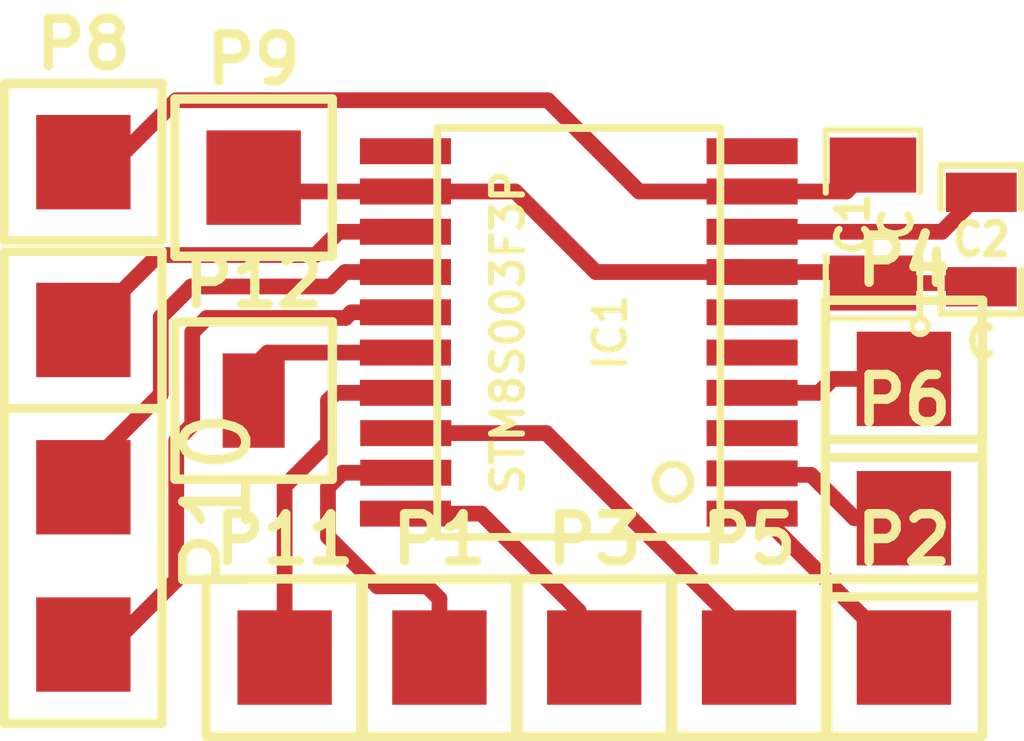
<source format=kicad_pcb>
(kicad_pcb (version 3) (host pcbnew "(2013-jul-07)-stable")

  (general
    (links 18)
    (no_connects 0)
    (area 269.849799 19.9338 288.593533 164.550201)
    (thickness 1.6)
    (drawings 0)
    (tracks 70)
    (zones 0)
    (modules 14)
    (nets 15)
  )

  (page A4)
  (layers
    (15 F.Cu signal)
    (0 B.Cu signal)
    (16 B.Adhes user)
    (17 F.Adhes user)
    (18 B.Paste user)
    (19 F.Paste user)
    (20 B.SilkS user)
    (21 F.SilkS user)
    (22 B.Mask user)
    (23 F.Mask user)
    (24 Dwgs.User user)
    (25 Cmts.User user)
    (26 Eco1.User user)
    (27 Eco2.User user)
    (28 Edge.Cuts user)
  )

  (setup
    (last_trace_width 0.254)
    (trace_clearance 0.254)
    (zone_clearance 0.508)
    (zone_45_only no)
    (trace_min 0.254)
    (segment_width 0.2)
    (edge_width 0.15)
    (via_size 0.889)
    (via_drill 0.635)
    (via_min_size 0.889)
    (via_min_drill 0.508)
    (uvia_size 0.508)
    (uvia_drill 0.127)
    (uvias_allowed no)
    (uvia_min_size 0.508)
    (uvia_min_drill 0.127)
    (pcb_text_width 0.3)
    (pcb_text_size 1 1)
    (mod_edge_width 0.15)
    (mod_text_size 1 1)
    (mod_text_width 0.15)
    (pad_size 1 1.524)
    (pad_drill 0)
    (pad_to_mask_clearance 0)
    (aux_axis_origin 0 0)
    (visible_elements FFFFFFBF)
    (pcbplotparams
      (layerselection 32768)
      (usegerberextensions false)
      (excludeedgelayer true)
      (linewidth 0.150000)
      (plotframeref false)
      (viasonmask false)
      (mode 1)
      (useauxorigin false)
      (hpglpennumber 1)
      (hpglpenspeed 20)
      (hpglpendiameter 15)
      (hpglpenoverlay 2)
      (psnegative false)
      (psa4output false)
      (plotreference true)
      (plotvalue true)
      (plotothertext true)
      (plotinvisibletext false)
      (padsonsilk false)
      (subtractmaskfromsilk false)
      (outputformat 2)
      (mirror true)
      (drillshape 0)
      (scaleselection 1)
      (outputdirectory ""))
  )

  (net 0 "")
  (net 1 GND)
  (net 2 N-0000010)
  (net 3 N-0000011)
  (net 4 N-0000012)
  (net 5 N-0000013)
  (net 6 N-0000014)
  (net 7 N-000002)
  (net 8 N-000003)
  (net 9 N-000004)
  (net 10 N-000005)
  (net 11 N-000006)
  (net 12 N-000007)
  (net 13 N-000009)
  (net 14 VDD)

  (net_class Default "Это класс цепей по умолчанию."
    (clearance 0.254)
    (trace_width 0.254)
    (via_dia 0.889)
    (via_drill 0.635)
    (uvia_dia 0.508)
    (uvia_drill 0.127)
    (add_net "")
    (add_net GND)
    (add_net N-0000010)
    (add_net N-0000011)
    (add_net N-0000012)
    (add_net N-0000013)
    (add_net N-0000014)
    (add_net N-000002)
    (add_net N-000003)
    (add_net N-000004)
    (add_net N-000005)
    (add_net N-000006)
    (add_net N-000007)
    (add_net N-000009)
    (add_net VDD)
  )

  (module tssop-20 (layer F.Cu) (tedit 49E9CFE4) (tstamp 54F1E21B)
    (at 218.25 111.5 90)
    (descr TSSOP-20)
    (path /54F1BFDA)
    (fp_text reference IC1 (at 0 0.508 90) (layer F.SilkS)
      (effects (font (size 0.50038 0.50038) (thickness 0.09906)))
    )
    (fp_text value STM8S003F3P (at 0 -1.143 90) (layer F.SilkS)
      (effects (font (size 0.50038 0.50038) (thickness 0.09906)))
    )
    (fp_line (start 3.302 -2.286) (end -3.302 -2.286) (layer F.SilkS) (width 0.127))
    (fp_line (start -3.302 -2.286) (end -3.302 2.286) (layer F.SilkS) (width 0.127))
    (fp_line (start -3.302 2.286) (end 3.302 2.286) (layer F.SilkS) (width 0.127))
    (fp_line (start 3.302 2.286) (end 3.302 -2.286) (layer F.SilkS) (width 0.127))
    (fp_circle (center -2.413 1.524) (end -2.54 1.778) (layer F.SilkS) (width 0.127))
    (pad 5 smd rect (at -0.32512 2.79908 90) (size 0.4191 1.47066)
      (layers F.Cu F.Paste F.Mask)
    )
    (pad 6 smd rect (at 0.32512 2.79908 90) (size 0.4191 1.47066)
      (layers F.Cu F.Paste F.Mask)
    )
    (pad 7 smd rect (at 0.97536 2.79908 90) (size 0.4191 1.47066)
      (layers F.Cu F.Paste F.Mask)
      (net 1 GND)
    )
    (pad 8 smd rect (at 1.6256 2.79908 90) (size 0.4191 1.47066)
      (layers F.Cu F.Paste F.Mask)
      (net 11 N-000006)
    )
    (pad 19 smd rect (at -2.26568 -2.794 90) (size 0.4191 1.47066)
      (layers F.Cu F.Paste F.Mask)
      (net 2 N-0000010)
    )
    (pad 2 smd rect (at -2.27584 2.79908 90) (size 0.4191 1.47066)
      (layers F.Cu F.Paste F.Mask)
      (net 6 N-0000014)
    )
    (pad 3 smd rect (at -1.6256 2.79908 90) (size 0.4191 1.47066)
      (layers F.Cu F.Paste F.Mask)
    )
    (pad 4 smd rect (at -0.97536 2.79908 90) (size 0.4191 1.47066)
      (layers F.Cu F.Paste F.Mask)
      (net 12 N-000007)
    )
    (pad 12 smd rect (at 2.27584 -2.79908 90) (size 0.4191 1.47066)
      (layers F.Cu F.Paste F.Mask)
      (net 1 GND)
    )
    (pad 13 smd rect (at 1.6256 -2.79908 90) (size 0.4191 1.47066)
      (layers F.Cu F.Paste F.Mask)
      (net 9 N-000004)
    )
    (pad 14 smd rect (at 0.97536 -2.79908 90) (size 0.4191 1.47066)
      (layers F.Cu F.Paste F.Mask)
      (net 8 N-000003)
    )
    (pad 15 smd rect (at 0.32512 -2.79908 90) (size 0.4191 1.47066)
      (layers F.Cu F.Paste F.Mask)
      (net 7 N-000002)
    )
    (pad 16 smd rect (at -0.32512 -2.79908 90) (size 0.4191 1.47066)
      (layers F.Cu F.Paste F.Mask)
      (net 3 N-0000011)
    )
    (pad 17 smd rect (at -0.97536 -2.79908 90) (size 0.4191 1.47066)
      (layers F.Cu F.Paste F.Mask)
      (net 4 N-0000012)
    )
    (pad 9 smd rect (at 2.27584 2.79908 90) (size 0.4191 1.47066)
      (layers F.Cu F.Paste F.Mask)
      (net 14 VDD)
    )
    (pad 18 smd rect (at -1.6256 -2.794 90) (size 0.4191 1.47066)
      (layers F.Cu F.Paste F.Mask)
      (net 10 N-000005)
    )
    (pad 1 smd rect (at -2.92608 2.79908 90) (size 0.4191 1.47066)
      (layers F.Cu F.Paste F.Mask)
      (net 13 N-000009)
    )
    (pad 10 smd rect (at 2.92608 2.79908 90) (size 0.4191 1.47066)
      (layers F.Cu F.Paste F.Mask)
    )
    (pad 11 smd rect (at 2.92608 -2.79908 90) (size 0.4191 1.47066)
      (layers F.Cu F.Paste F.Mask)
    )
    (pad 20 smd rect (at -2.92608 -2.79908 90) (size 0.4191 1.47066)
      (layers F.Cu F.Paste F.Mask)
      (net 5 N-0000013)
    )
    (model smd/smd_dil/tssop-20.wrl
      (at (xyz 0 0 0))
      (scale (xyz 1 1 1))
      (rotate (xyz 0 0 0))
    )
  )

  (module PIN_ARRAY_3X1 (layer F.Cu) (tedit 54F1E26A) (tstamp 54F1E23F)
    (at 210.25 114 270)
    (descr "Connecteur 3 pins")
    (tags "CONN DEV")
    (path /54F1C00D)
    (fp_text reference P10 (at 0.254 -2.159 270) (layer F.SilkS)
      (effects (font (size 1.016 1.016) (thickness 0.1524)))
    )
    (fp_text value LCD (at 0 -2.159 270) (layer F.SilkS) hide
      (effects (font (size 1.016 1.016) (thickness 0.1524)))
    )
    (fp_line (start -3.81 1.27) (end -3.81 -1.27) (layer F.SilkS) (width 0.1524))
    (fp_line (start -3.81 -1.27) (end 3.81 -1.27) (layer F.SilkS) (width 0.1524))
    (fp_line (start 3.81 -1.27) (end 3.81 1.27) (layer F.SilkS) (width 0.1524))
    (fp_line (start 3.81 1.27) (end -3.81 1.27) (layer F.SilkS) (width 0.1524))
    (fp_line (start -1.27 -1.27) (end -1.27 1.27) (layer F.SilkS) (width 0.1524))
    (pad 1 smd rect (at -2.54 0 270) (size 1.524 1.524)
      (layers F.Cu F.Paste F.Mask)
      (net 9 N-000004)
    )
    (pad 2 smd rect (at 0 0 270) (size 1.524 1.524)
      (layers F.Cu F.Paste F.Mask)
      (net 8 N-000003)
    )
    (pad 3 smd rect (at 2.54 0 270) (size 1.524 1.524)
      (layers F.Cu F.Paste F.Mask)
      (net 7 N-000002)
    )
    (model pin_array/pins_array_3x1.wrl
      (at (xyz 0 0 0))
      (scale (xyz 1 1 1))
      (rotate (xyz 0 0 0))
    )
  )

  (module PIN_ARRAY_1 (layer F.Cu) (tedit 54F1E2CB) (tstamp 54F1E248)
    (at 210.25 108.75)
    (descr "1 pin")
    (tags "CONN DEV")
    (path /54F1C327)
    (fp_text reference P8 (at 0 -1.905) (layer F.SilkS)
      (effects (font (size 0.762 0.762) (thickness 0.1524)))
    )
    (fp_text value VDD (at 0 -1.905) (layer F.SilkS) hide
      (effects (font (size 0.762 0.762) (thickness 0.1524)))
    )
    (fp_line (start 1.27 1.27) (end -1.27 1.27) (layer F.SilkS) (width 0.1524))
    (fp_line (start -1.27 -1.27) (end 1.27 -1.27) (layer F.SilkS) (width 0.1524))
    (fp_line (start -1.27 1.27) (end -1.27 -1.27) (layer F.SilkS) (width 0.1524))
    (fp_line (start 1.27 -1.27) (end 1.27 1.27) (layer F.SilkS) (width 0.1524))
    (pad 1 smd rect (at 0 0) (size 1.524 1.524)
      (layers F.Cu F.Paste F.Mask)
      (net 14 VDD)
    )
    (model pin_array\pin_1.wrl
      (at (xyz 0 0 0))
      (scale (xyz 1 1 1))
      (rotate (xyz 0 0 0))
    )
  )

  (module PIN_ARRAY_1 (layer F.Cu) (tedit 54F1E4AB) (tstamp 54F1E251)
    (at 213 109)
    (descr "1 pin")
    (tags "CONN DEV")
    (path /54F1C373)
    (fp_text reference P9 (at 0 -1.905) (layer F.SilkS)
      (effects (font (size 0.762 0.762) (thickness 0.1524)))
    )
    (fp_text value GND (at 0 -1.905) (layer F.SilkS) hide
      (effects (font (size 0.762 0.762) (thickness 0.1524)))
    )
    (fp_line (start 1.27 1.27) (end -1.27 1.27) (layer F.SilkS) (width 0.1524))
    (fp_line (start -1.27 -1.27) (end 1.27 -1.27) (layer F.SilkS) (width 0.1524))
    (fp_line (start -1.27 1.27) (end -1.27 -1.27) (layer F.SilkS) (width 0.1524))
    (fp_line (start 1.27 -1.27) (end 1.27 1.27) (layer F.SilkS) (width 0.1524))
    (pad 1 smd rect (at 0 0) (size 1.524 1.524)
      (layers F.Cu F.Paste F.Mask)
      (net 1 GND)
    )
    (model pin_array\pin_1.wrl
      (at (xyz 0 0 0))
      (scale (xyz 1 1 1))
      (rotate (xyz 0 0 0))
    )
  )

  (module PIN_ARRAY_1 (layer F.Cu) (tedit 54F1E4FC) (tstamp 54F1E25A)
    (at 221 116.75)
    (descr "1 pin")
    (tags "CONN DEV")
    (path /54F1C3AD)
    (fp_text reference P5 (at 0 -1.905) (layer F.SilkS)
      (effects (font (size 0.762 0.762) (thickness 0.1524)))
    )
    (fp_text value SWIM (at 0 -1.905) (layer F.SilkS) hide
      (effects (font (size 0.762 0.762) (thickness 0.1524)))
    )
    (fp_line (start 1.27 1.27) (end -1.27 1.27) (layer F.SilkS) (width 0.1524))
    (fp_line (start -1.27 -1.27) (end 1.27 -1.27) (layer F.SilkS) (width 0.1524))
    (fp_line (start -1.27 1.27) (end -1.27 -1.27) (layer F.SilkS) (width 0.1524))
    (fp_line (start 1.27 -1.27) (end 1.27 1.27) (layer F.SilkS) (width 0.1524))
    (pad 1 smd rect (at 0 0) (size 1.524 1.524)
      (layers F.Cu F.Paste F.Mask)
      (net 10 N-000005)
    )
    (model pin_array\pin_1.wrl
      (at (xyz 0 0 0))
      (scale (xyz 1 1 1))
      (rotate (xyz 0 0 0))
    )
  )

  (module PIN_ARRAY_1 (layer F.Cu) (tedit 54F1E2B9) (tstamp 54F1E263)
    (at 223.5 114.5)
    (descr "1 pin")
    (tags "CONN DEV")
    (path /54F1C460)
    (fp_text reference P6 (at 0 -1.905) (layer F.SilkS)
      (effects (font (size 0.762 0.762) (thickness 0.1524)))
    )
    (fp_text value UART_TX (at 0 -1.905) (layer F.SilkS) hide
      (effects (font (size 0.762 0.762) (thickness 0.1524)))
    )
    (fp_line (start 1.27 1.27) (end -1.27 1.27) (layer F.SilkS) (width 0.1524))
    (fp_line (start -1.27 -1.27) (end 1.27 -1.27) (layer F.SilkS) (width 0.1524))
    (fp_line (start -1.27 1.27) (end -1.27 -1.27) (layer F.SilkS) (width 0.1524))
    (fp_line (start 1.27 -1.27) (end 1.27 1.27) (layer F.SilkS) (width 0.1524))
    (pad 1 smd rect (at 0 0) (size 1.524 1.524)
      (layers F.Cu F.Paste F.Mask)
      (net 6 N-0000014)
    )
    (model pin_array\pin_1.wrl
      (at (xyz 0 0 0))
      (scale (xyz 1 1 1))
      (rotate (xyz 0 0 0))
    )
  )

  (module PIN_ARRAY_1 (layer F.Cu) (tedit 54F1E50C) (tstamp 54F1E275)
    (at 218.5 116.75)
    (descr "1 pin")
    (tags "CONN DEV")
    (path /54F1C51D)
    (fp_text reference P3 (at 0 -1.905) (layer F.SilkS)
      (effects (font (size 0.762 0.762) (thickness 0.1524)))
    )
    (fp_text value ZERO (at 0 -1.905) (layer F.SilkS) hide
      (effects (font (size 0.762 0.762) (thickness 0.1524)))
    )
    (fp_line (start 1.27 1.27) (end -1.27 1.27) (layer F.SilkS) (width 0.1524))
    (fp_line (start -1.27 -1.27) (end 1.27 -1.27) (layer F.SilkS) (width 0.1524))
    (fp_line (start -1.27 1.27) (end -1.27 -1.27) (layer F.SilkS) (width 0.1524))
    (fp_line (start 1.27 -1.27) (end 1.27 1.27) (layer F.SilkS) (width 0.1524))
    (pad 1 smd rect (at 0 0) (size 1.524 1.524)
      (layers F.Cu F.Paste F.Mask)
      (net 5 N-0000013)
    )
    (model pin_array\pin_1.wrl
      (at (xyz 0 0 0))
      (scale (xyz 1 1 1))
      (rotate (xyz 0 0 0))
    )
  )

  (module PIN_ARRAY_1 (layer F.Cu) (tedit 54F1E508) (tstamp 54F1E27E)
    (at 213.5 116.75)
    (descr "1 pin")
    (tags "CONN DEV")
    (path /54F1C562)
    (fp_text reference P11 (at 0 -1.905) (layer F.SilkS)
      (effects (font (size 0.762 0.762) (thickness 0.1524)))
    )
    (fp_text value X (at 0 -1.905) (layer F.SilkS) hide
      (effects (font (size 0.762 0.762) (thickness 0.1524)))
    )
    (fp_line (start 1.27 1.27) (end -1.27 1.27) (layer F.SilkS) (width 0.1524))
    (fp_line (start -1.27 -1.27) (end 1.27 -1.27) (layer F.SilkS) (width 0.1524))
    (fp_line (start -1.27 1.27) (end -1.27 -1.27) (layer F.SilkS) (width 0.1524))
    (fp_line (start 1.27 -1.27) (end 1.27 1.27) (layer F.SilkS) (width 0.1524))
    (pad 1 smd rect (at 0 0) (size 1.524 1.524)
      (layers F.Cu F.Paste F.Mask)
      (net 4 N-0000012)
    )
    (model pin_array\pin_1.wrl
      (at (xyz 0 0 0))
      (scale (xyz 1 1 1))
      (rotate (xyz 0 0 0))
    )
  )

  (module PIN_ARRAY_1 (layer F.Cu) (tedit 54F1EDFB) (tstamp 54F1E287)
    (at 213 112.6)
    (descr "1 pin")
    (tags "CONN DEV")
    (path /54F1C5B7)
    (fp_text reference P12 (at 0 -1.905) (layer F.SilkS)
      (effects (font (size 0.762 0.762) (thickness 0.1524)))
    )
    (fp_text value SW (at 0 -1.905) (layer F.SilkS) hide
      (effects (font (size 0.762 0.762) (thickness 0.1524)))
    )
    (fp_line (start 1.27 1.27) (end -1.27 1.27) (layer F.SilkS) (width 0.1524))
    (fp_line (start -1.27 -1.27) (end 1.27 -1.27) (layer F.SilkS) (width 0.1524))
    (fp_line (start -1.27 1.27) (end -1.27 -1.27) (layer F.SilkS) (width 0.1524))
    (fp_line (start 1.27 -1.27) (end 1.27 1.27) (layer F.SilkS) (width 0.1524))
    (pad 1 smd rect (at 0 0) (size 1 1.524)
      (layers F.Cu F.Paste F.Mask)
      (net 3 N-0000011)
    )
    (model pin_array\pin_1.wrl
      (at (xyz 0 0 0))
      (scale (xyz 1 1 1))
      (rotate (xyz 0 0 0))
    )
  )

  (module PIN_ARRAY_1 (layer F.Cu) (tedit 54F1E500) (tstamp 54F1E290)
    (at 216 116.75)
    (descr "1 pin")
    (tags "CONN DEV")
    (path /54F1C62E)
    (fp_text reference P1 (at 0 -1.905) (layer F.SilkS)
      (effects (font (size 0.762 0.762) (thickness 0.1524)))
    )
    (fp_text value SENSE (at 0 -1.905) (layer F.SilkS) hide
      (effects (font (size 0.762 0.762) (thickness 0.1524)))
    )
    (fp_line (start 1.27 1.27) (end -1.27 1.27) (layer F.SilkS) (width 0.1524))
    (fp_line (start -1.27 -1.27) (end 1.27 -1.27) (layer F.SilkS) (width 0.1524))
    (fp_line (start -1.27 1.27) (end -1.27 -1.27) (layer F.SilkS) (width 0.1524))
    (fp_line (start 1.27 -1.27) (end 1.27 1.27) (layer F.SilkS) (width 0.1524))
    (pad 1 smd rect (at 0 0) (size 1.524 1.524)
      (layers F.Cu F.Paste F.Mask)
      (net 2 N-0000010)
    )
    (model pin_array\pin_1.wrl
      (at (xyz 0 0 0))
      (scale (xyz 1 1 1))
      (rotate (xyz 0 0 0))
    )
  )

  (module PIN_ARRAY_1 (layer F.Cu) (tedit 54F1E2C6) (tstamp 54F1E299)
    (at 223.5 116.75)
    (descr "1 pin")
    (tags "CONN DEV")
    (path /54F1C69B)
    (fp_text reference P2 (at 0 -1.905) (layer F.SilkS)
      (effects (font (size 0.762 0.762) (thickness 0.1524)))
    )
    (fp_text value HEAT (at 0 -1.905) (layer F.SilkS) hide
      (effects (font (size 0.762 0.762) (thickness 0.1524)))
    )
    (fp_line (start 1.27 1.27) (end -1.27 1.27) (layer F.SilkS) (width 0.1524))
    (fp_line (start -1.27 -1.27) (end 1.27 -1.27) (layer F.SilkS) (width 0.1524))
    (fp_line (start -1.27 1.27) (end -1.27 -1.27) (layer F.SilkS) (width 0.1524))
    (fp_line (start 1.27 -1.27) (end 1.27 1.27) (layer F.SilkS) (width 0.1524))
    (pad 1 smd rect (at 0 0) (size 1.524 1.524)
      (layers F.Cu F.Paste F.Mask)
      (net 13 N-000009)
    )
    (model pin_array\pin_1.wrl
      (at (xyz 0 0 0))
      (scale (xyz 1 1 1))
      (rotate (xyz 0 0 0))
    )
  )

  (module PIN_ARRAY_1 (layer F.Cu) (tedit 54F1E2D6) (tstamp 54F1E2A2)
    (at 223.5 112.25)
    (descr "1 pin")
    (tags "CONN DEV")
    (path /54F1CF79)
    (fp_text reference P4 (at 0 -1.905) (layer F.SilkS)
      (effects (font (size 0.762 0.762) (thickness 0.1524)))
    )
    (fp_text value NRST (at 0 -1.905) (layer F.SilkS) hide
      (effects (font (size 0.762 0.762) (thickness 0.1524)))
    )
    (fp_line (start 1.27 1.27) (end -1.27 1.27) (layer F.SilkS) (width 0.1524))
    (fp_line (start -1.27 -1.27) (end 1.27 -1.27) (layer F.SilkS) (width 0.1524))
    (fp_line (start -1.27 1.27) (end -1.27 -1.27) (layer F.SilkS) (width 0.1524))
    (fp_line (start 1.27 -1.27) (end 1.27 1.27) (layer F.SilkS) (width 0.1524))
    (pad 1 smd rect (at 0 0) (size 1.524 1.524)
      (layers F.Cu F.Paste F.Mask)
      (net 12 N-000007)
    )
    (model pin_array\pin_1.wrl
      (at (xyz 0 0 0))
      (scale (xyz 1 1 1))
      (rotate (xyz 0 0 0))
    )
  )

  (module SM0805 (layer F.Cu) (tedit 5091495C) (tstamp 54F1E4CB)
    (at 223 109.75 90)
    (path /54F1CF5B)
    (attr smd)
    (fp_text reference C1 (at 0 -0.3175 90) (layer F.SilkS)
      (effects (font (size 0.50038 0.50038) (thickness 0.10922)))
    )
    (fp_text value C (at 0 0.381 90) (layer F.SilkS)
      (effects (font (size 0.50038 0.50038) (thickness 0.10922)))
    )
    (fp_circle (center -1.651 0.762) (end -1.651 0.635) (layer F.SilkS) (width 0.09906))
    (fp_line (start -0.508 0.762) (end -1.524 0.762) (layer F.SilkS) (width 0.09906))
    (fp_line (start -1.524 0.762) (end -1.524 -0.762) (layer F.SilkS) (width 0.09906))
    (fp_line (start -1.524 -0.762) (end -0.508 -0.762) (layer F.SilkS) (width 0.09906))
    (fp_line (start 0.508 -0.762) (end 1.524 -0.762) (layer F.SilkS) (width 0.09906))
    (fp_line (start 1.524 -0.762) (end 1.524 0.762) (layer F.SilkS) (width 0.09906))
    (fp_line (start 1.524 0.762) (end 0.508 0.762) (layer F.SilkS) (width 0.09906))
    (pad 1 smd rect (at -0.9525 0 90) (size 0.889 1.397)
      (layers F.Cu F.Paste F.Mask)
      (net 1 GND)
    )
    (pad 2 smd rect (at 0.9525 0 90) (size 0.889 1.397)
      (layers F.Cu F.Paste F.Mask)
      (net 14 VDD)
    )
    (model smd/chip_cms.wrl
      (at (xyz 0 0 0))
      (scale (xyz 0.1 0.1 0.1))
      (rotate (xyz 0 0 0))
    )
  )

  (module SM0603_Capa (layer F.Cu) (tedit 5051B1EC) (tstamp 54F1E4D7)
    (at 224.75 110 90)
    (path /54F1CF99)
    (attr smd)
    (fp_text reference C2 (at 0 0 180) (layer F.SilkS)
      (effects (font (size 0.508 0.4572) (thickness 0.1143)))
    )
    (fp_text value C (at -1.651 0 180) (layer F.SilkS)
      (effects (font (size 0.508 0.4572) (thickness 0.1143)))
    )
    (fp_line (start 0.50038 0.65024) (end 1.19888 0.65024) (layer F.SilkS) (width 0.11938))
    (fp_line (start -0.50038 0.65024) (end -1.19888 0.65024) (layer F.SilkS) (width 0.11938))
    (fp_line (start 0.50038 -0.65024) (end 1.19888 -0.65024) (layer F.SilkS) (width 0.11938))
    (fp_line (start -1.19888 -0.65024) (end -0.50038 -0.65024) (layer F.SilkS) (width 0.11938))
    (fp_line (start 1.19888 -0.635) (end 1.19888 0.635) (layer F.SilkS) (width 0.11938))
    (fp_line (start -1.19888 0.635) (end -1.19888 -0.635) (layer F.SilkS) (width 0.11938))
    (pad 1 smd rect (at -0.762 0 90) (size 0.635 1.143)
      (layers F.Cu F.Paste F.Mask)
      (net 1 GND)
    )
    (pad 2 smd rect (at 0.762 0 90) (size 0.635 1.143)
      (layers F.Cu F.Paste F.Mask)
      (net 11 N-000006)
    )
    (model smd\capacitors\C0603.wrl
      (at (xyz 0 0 0.001))
      (scale (xyz 0.5 0.5 0.5))
      (rotate (xyz 0 0 0))
    )
  )

  (segment (start 215.45092 109.22416) (end 213.22416 109.22416) (width 0.254) (layer F.Cu) (net 1))
  (segment (start 213.22416 109.22416) (end 213 109) (width 0.254) (layer F.Cu) (net 1) (tstamp 54F1ED46))
  (segment (start 215.45092 109.22416) (end 217.22416 109.22416) (width 0.254) (layer F.Cu) (net 1))
  (segment (start 218.52464 110.52464) (end 221.04908 110.52464) (width 0.254) (layer F.Cu) (net 1) (tstamp 54F1EBFA))
  (segment (start 217.22416 109.22416) (end 218.52464 110.52464) (width 0.254) (layer F.Cu) (net 1) (tstamp 54F1EBF8))
  (segment (start 223 110.7025) (end 224.6905 110.7025) (width 0.254) (layer F.Cu) (net 1))
  (segment (start 224.6905 110.7025) (end 224.75 110.762) (width 0.254) (layer F.Cu) (net 1) (tstamp 54F1E6E7))
  (segment (start 221.04908 110.52464) (end 222.82214 110.52464) (width 0.254) (layer F.Cu) (net 1))
  (segment (start 222.82214 110.52464) (end 223 110.7025) (width 0.254) (layer F.Cu) (net 1) (tstamp 54F1E506))
  (segment (start 215.456 113.76568) (end 214.43432 113.76568) (width 0.254) (layer F.Cu) (net 2))
  (segment (start 216 115.8) (end 216 116.75) (width 0.254) (layer F.Cu) (net 2) (tstamp 54F1EE4C))
  (segment (start 215.8 115.6) (end 216 115.8) (width 0.254) (layer F.Cu) (net 2) (tstamp 54F1EE4A))
  (segment (start 215 115.6) (end 215.8 115.6) (width 0.254) (layer F.Cu) (net 2) (tstamp 54F1EE49))
  (segment (start 214.2 114.8) (end 215 115.6) (width 0.254) (layer F.Cu) (net 2) (tstamp 54F1EE45))
  (segment (start 214.2 114) (end 214.2 114.8) (width 0.254) (layer F.Cu) (net 2) (tstamp 54F1EE42))
  (segment (start 214.43432 113.76568) (end 214.2 114) (width 0.254) (layer F.Cu) (net 2) (tstamp 54F1EE3E))
  (segment (start 215.45092 111.82512) (end 213.22512 111.82512) (width 0.254) (layer F.Cu) (net 3))
  (segment (start 213 112.05024) (end 213 112.6) (width 0.254) (layer F.Cu) (net 3) (tstamp 54F1EE28))
  (segment (start 213.22512 111.82512) (end 213 112.05024) (width 0.254) (layer F.Cu) (net 3) (tstamp 54F1EE27))
  (segment (start 213.5 116.75) (end 213.5 113.981576) (width 0.254) (layer F.Cu) (net 4))
  (segment (start 214.32464 112.47536) (end 215.45092 112.47536) (width 0.254) (layer F.Cu) (net 4) (tstamp 54F1EE6D))
  (segment (start 214.2 112.6) (end 214.32464 112.47536) (width 0.254) (layer F.Cu) (net 4) (tstamp 54F1EE6C))
  (segment (start 214.2 113.281576) (end 214.2 112.6) (width 0.254) (layer F.Cu) (net 4) (tstamp 54F1EE69))
  (segment (start 213.5 113.981576) (end 214.2 113.281576) (width 0.254) (layer F.Cu) (net 4) (tstamp 54F1EE65))
  (segment (start 218.25 116.5) (end 218.25 116) (width 0.254) (layer F.Cu) (net 5))
  (segment (start 216.67608 114.42608) (end 215.45092 114.42608) (width 0.254) (layer F.Cu) (net 5) (tstamp 54F1EC06))
  (segment (start 218.25 116) (end 216.67608 114.42608) (width 0.254) (layer F.Cu) (net 5) (tstamp 54F1EC05))
  (segment (start 223.5 114.5) (end 222.7 114.5) (width 0.254) (layer F.Cu) (net 6))
  (segment (start 221.07324 113.8) (end 221.04908 113.77584) (width 0.254) (layer F.Cu) (net 6) (tstamp 54F1EE87))
  (segment (start 222 113.8) (end 221.07324 113.8) (width 0.254) (layer F.Cu) (net 6) (tstamp 54F1EE86))
  (segment (start 222.7 114.5) (end 222 113.8) (width 0.254) (layer F.Cu) (net 6) (tstamp 54F1EE85))
  (segment (start 210.25 116.54) (end 210.71 116.54) (width 0.254) (layer F.Cu) (net 7))
  (segment (start 212.241998 111.266004) (end 212.008002 111.5) (width 0.254) (layer F.Cu) (net 7) (tstamp 54F1ED9F))
  (segment (start 212.008002 111.5) (end 212.008002 112.25) (width 0.254) (layer F.Cu) (net 7) (tstamp 54F1EDA7))
  (segment (start 214.57512 111.17488) (end 215.45092 111.17488) (width 0.254) (layer F.Cu) (net 7))
  (segment (start 214.483996 111.266004) (end 213.5 111.266004) (width 0.254) (layer F.Cu) (net 7) (tstamp 54F1ED71))
  (segment (start 214.57512 111.17488) (end 214.483996 111.266004) (width 0.254) (layer F.Cu) (net 7) (tstamp 54F1ED6D))
  (segment (start 213.5 111.266004) (end 212.241998 111.266004) (width 0.254) (layer F.Cu) (net 7))
  (segment (start 212.008002 112.991998) (end 212.008002 112.25) (width 0.254) (layer F.Cu) (net 7) (tstamp 54F1EDB1))
  (segment (start 211.75 113.25) (end 212.008002 112.991998) (width 0.254) (layer F.Cu) (net 7) (tstamp 54F1EDB0))
  (segment (start 211.75 115.5) (end 211.75 113.25) (width 0.254) (layer F.Cu) (net 7) (tstamp 54F1EDAD))
  (segment (start 210.71 116.54) (end 211.75 115.5) (width 0.254) (layer F.Cu) (net 7) (tstamp 54F1EDAB))
  (segment (start 212.25 110.758002) (end 211.991998 110.758002) (width 0.254) (layer F.Cu) (net 8))
  (segment (start 214.47536 110.52464) (end 214.241998 110.758002) (width 0.254) (layer F.Cu) (net 8) (tstamp 54F1ED50))
  (segment (start 214.241998 110.758002) (end 212.25 110.758002) (width 0.254) (layer F.Cu) (net 8) (tstamp 54F1ED51))
  (segment (start 215.45092 110.52464) (end 214.47536 110.52464) (width 0.254) (layer F.Cu) (net 8))
  (segment (start 210.25 113.75) (end 210.25 114) (width 0.254) (layer F.Cu) (net 8) (tstamp 54F1ED89))
  (segment (start 211.5 112.5) (end 210.25 113.75) (width 0.254) (layer F.Cu) (net 8) (tstamp 54F1ED87))
  (segment (start 211.5 111.25) (end 211.5 112.5) (width 0.254) (layer F.Cu) (net 8) (tstamp 54F1ED7F))
  (segment (start 211.991998 110.758002) (end 211.5 111.25) (width 0.254) (layer F.Cu) (net 8) (tstamp 54F1ED7D))
  (segment (start 215.45092 109.8744) (end 214.3756 109.8744) (width 0.254) (layer F.Cu) (net 9))
  (segment (start 211.46 110.25) (end 210.25 111.46) (width 0.254) (layer F.Cu) (net 9) (tstamp 54F1ED4C))
  (segment (start 214 110.25) (end 211.46 110.25) (width 0.254) (layer F.Cu) (net 9) (tstamp 54F1ED4B))
  (segment (start 214.3756 109.8744) (end 214 110.25) (width 0.254) (layer F.Cu) (net 9) (tstamp 54F1ED4A))
  (segment (start 215.456 113.1256) (end 217.7256 113.1256) (width 0.254) (layer F.Cu) (net 10))
  (segment (start 221 116.4) (end 221 116.75) (width 0.254) (layer F.Cu) (net 10) (tstamp 54F1EE7C))
  (segment (start 217.7256 113.1256) (end 221 116.4) (width 0.254) (layer F.Cu) (net 10) (tstamp 54F1EE79))
  (segment (start 221.04908 109.8744) (end 224.1136 109.8744) (width 0.254) (layer F.Cu) (net 11))
  (segment (start 224.1136 109.8744) (end 224.75 109.238) (width 0.254) (layer F.Cu) (net 11) (tstamp 54F1E6EB))
  (segment (start 223.5 112.25) (end 222.35 112.25) (width 0.254) (layer F.Cu) (net 12))
  (segment (start 222.12464 112.47536) (end 221.04908 112.47536) (width 0.254) (layer F.Cu) (net 12) (tstamp 54F1EE8B))
  (segment (start 222.35 112.25) (end 222.12464 112.47536) (width 0.254) (layer F.Cu) (net 12) (tstamp 54F1EE8A))
  (segment (start 221.04908 114.42608) (end 221.17608 114.42608) (width 0.254) (layer F.Cu) (net 13))
  (segment (start 221.17608 114.42608) (end 223.5 116.75) (width 0.254) (layer F.Cu) (net 13) (tstamp 54F1EE80))
  (segment (start 221.04908 109.22416) (end 219.22416 109.22416) (width 0.254) (layer F.Cu) (net 14))
  (segment (start 211.75 107.75) (end 210.75 108.75) (width 0.254) (layer F.Cu) (net 14) (tstamp 54F1EC02))
  (segment (start 217.75 107.75) (end 211.75 107.75) (width 0.254) (layer F.Cu) (net 14) (tstamp 54F1EC00))
  (segment (start 219.22416 109.22416) (end 217.75 107.75) (width 0.254) (layer F.Cu) (net 14) (tstamp 54F1EBFE))
  (segment (start 221.04908 109.22416) (end 222.57334 109.22416) (width 0.254) (layer F.Cu) (net 14))
  (segment (start 222.57334 109.22416) (end 223 108.7975) (width 0.254) (layer F.Cu) (net 14) (tstamp 54F1E4FD))

)

</source>
